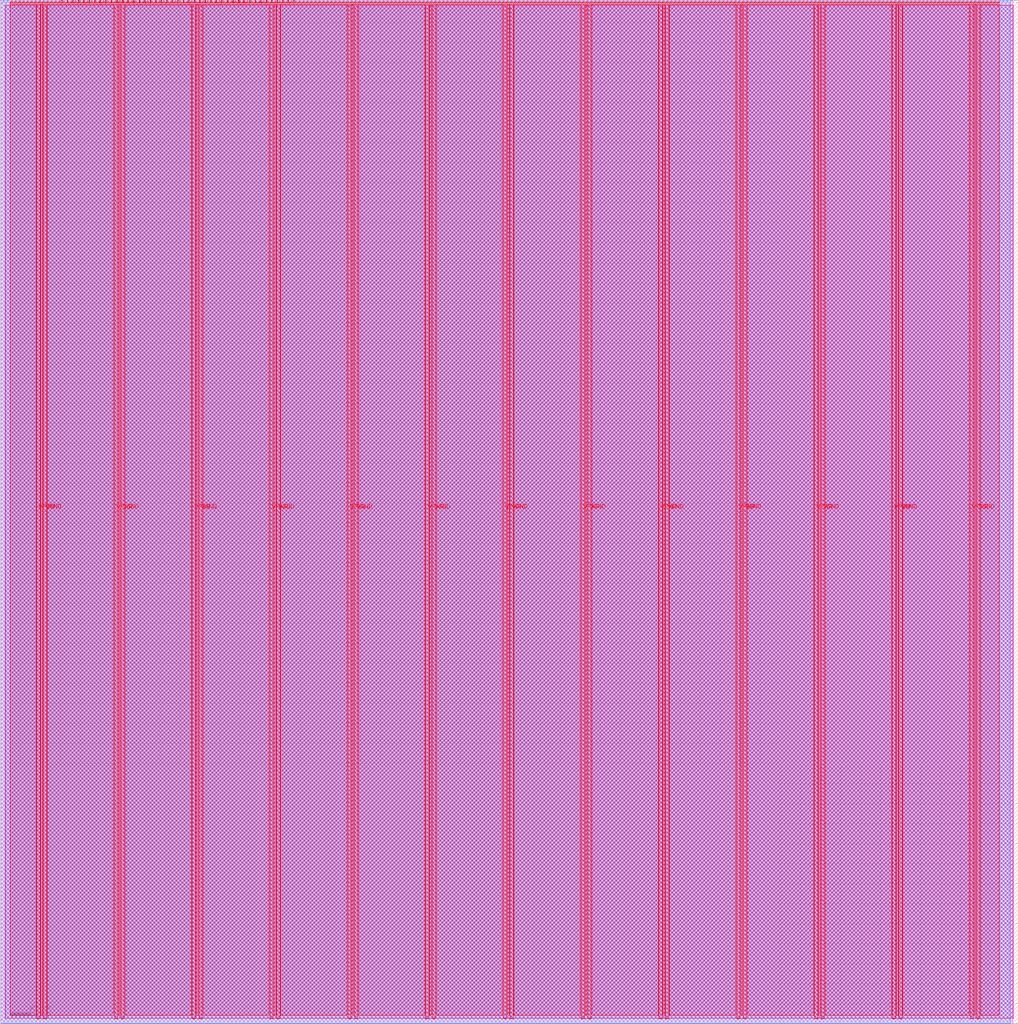
<source format=lef>
VERSION 5.7 ;
  NOWIREEXTENSIONATPIN ON ;
  DIVIDERCHAR "/" ;
  BUSBITCHARS "[]" ;
MACRO tt_um_tt_tinyQV
  CLASS BLOCK ;
  FOREIGN tt_um_tt_tinyQV ;
  ORIGIN 0.000 0.000 ;
  SIZE 508.760 BY 511.360 ;
  PIN VGND
    DIRECTION INOUT ;
    USE GROUND ;
    PORT
      LAYER met4 ;
        RECT 21.580 2.480 23.180 508.880 ;
    END
    PORT
      LAYER met4 ;
        RECT 60.450 2.480 62.050 508.880 ;
    END
    PORT
      LAYER met4 ;
        RECT 99.320 2.480 100.920 508.880 ;
    END
    PORT
      LAYER met4 ;
        RECT 138.190 2.480 139.790 508.880 ;
    END
    PORT
      LAYER met4 ;
        RECT 177.060 2.480 178.660 508.880 ;
    END
    PORT
      LAYER met4 ;
        RECT 215.930 2.480 217.530 508.880 ;
    END
    PORT
      LAYER met4 ;
        RECT 254.800 2.480 256.400 508.880 ;
    END
    PORT
      LAYER met4 ;
        RECT 293.670 2.480 295.270 508.880 ;
    END
    PORT
      LAYER met4 ;
        RECT 332.540 2.480 334.140 508.880 ;
    END
    PORT
      LAYER met4 ;
        RECT 371.410 2.480 373.010 508.880 ;
    END
    PORT
      LAYER met4 ;
        RECT 410.280 2.480 411.880 508.880 ;
    END
    PORT
      LAYER met4 ;
        RECT 449.150 2.480 450.750 508.880 ;
    END
    PORT
      LAYER met4 ;
        RECT 488.020 2.480 489.620 508.880 ;
    END
  END VGND
  PIN VPWR
    DIRECTION INOUT ;
    USE POWER ;
    PORT
      LAYER met4 ;
        RECT 18.280 2.480 19.880 508.880 ;
    END
    PORT
      LAYER met4 ;
        RECT 57.150 2.480 58.750 508.880 ;
    END
    PORT
      LAYER met4 ;
        RECT 96.020 2.480 97.620 508.880 ;
    END
    PORT
      LAYER met4 ;
        RECT 134.890 2.480 136.490 508.880 ;
    END
    PORT
      LAYER met4 ;
        RECT 173.760 2.480 175.360 508.880 ;
    END
    PORT
      LAYER met4 ;
        RECT 212.630 2.480 214.230 508.880 ;
    END
    PORT
      LAYER met4 ;
        RECT 251.500 2.480 253.100 508.880 ;
    END
    PORT
      LAYER met4 ;
        RECT 290.370 2.480 291.970 508.880 ;
    END
    PORT
      LAYER met4 ;
        RECT 329.240 2.480 330.840 508.880 ;
    END
    PORT
      LAYER met4 ;
        RECT 368.110 2.480 369.710 508.880 ;
    END
    PORT
      LAYER met4 ;
        RECT 406.980 2.480 408.580 508.880 ;
    END
    PORT
      LAYER met4 ;
        RECT 445.850 2.480 447.450 508.880 ;
    END
    PORT
      LAYER met4 ;
        RECT 484.720 2.480 486.320 508.880 ;
    END
  END VPWR
  PIN clk
    DIRECTION INPUT ;
    USE SIGNAL ;
    ANTENNAGATEAREA 1.286700 ;
    ANTENNADIFFAREA 0.434700 ;
    PORT
      LAYER met4 ;
        RECT 143.830 510.360 144.130 511.360 ;
    END
  END clk
  PIN ena
    DIRECTION INPUT ;
    USE SIGNAL ;
    PORT
      LAYER met4 ;
        RECT 146.590 510.360 146.890 511.360 ;
    END
  END ena
  PIN rst_n
    DIRECTION INPUT ;
    USE SIGNAL ;
    ANTENNAGATEAREA 0.647700 ;
    ANTENNADIFFAREA 0.434700 ;
    PORT
      LAYER met4 ;
        RECT 141.070 510.360 141.370 511.360 ;
    END
  END rst_n
  PIN ui_in[0]
    DIRECTION INPUT ;
    USE SIGNAL ;
    ANTENNAGATEAREA 0.631200 ;
    ANTENNADIFFAREA 0.434700 ;
    PORT
      LAYER met4 ;
        RECT 138.310 510.360 138.610 511.360 ;
    END
  END ui_in[0]
  PIN ui_in[1]
    DIRECTION INPUT ;
    USE SIGNAL ;
    ANTENNAGATEAREA 0.560700 ;
    ANTENNADIFFAREA 0.434700 ;
    PORT
      LAYER met4 ;
        RECT 135.550 510.360 135.850 511.360 ;
    END
  END ui_in[1]
  PIN ui_in[2]
    DIRECTION INPUT ;
    USE SIGNAL ;
    ANTENNAGATEAREA 0.631200 ;
    ANTENNADIFFAREA 0.434700 ;
    PORT
      LAYER met4 ;
        RECT 132.790 510.360 133.090 511.360 ;
    END
  END ui_in[2]
  PIN ui_in[3]
    DIRECTION INPUT ;
    USE SIGNAL ;
    ANTENNAGATEAREA 0.593700 ;
    ANTENNADIFFAREA 0.434700 ;
    PORT
      LAYER met4 ;
        RECT 130.030 510.360 130.330 511.360 ;
    END
  END ui_in[3]
  PIN ui_in[4]
    DIRECTION INPUT ;
    USE SIGNAL ;
    ANTENNAGATEAREA 0.593700 ;
    ANTENNADIFFAREA 0.434700 ;
    PORT
      LAYER met4 ;
        RECT 127.270 510.360 127.570 511.360 ;
    END
  END ui_in[4]
  PIN ui_in[5]
    DIRECTION INPUT ;
    USE SIGNAL ;
    ANTENNAGATEAREA 0.647700 ;
    ANTENNADIFFAREA 0.434700 ;
    PORT
      LAYER met4 ;
        RECT 124.510 510.360 124.810 511.360 ;
    END
  END ui_in[5]
  PIN ui_in[6]
    DIRECTION INPUT ;
    USE SIGNAL ;
    ANTENNAGATEAREA 0.647700 ;
    ANTENNADIFFAREA 0.434700 ;
    PORT
      LAYER met4 ;
        RECT 121.750 510.360 122.050 511.360 ;
    END
  END ui_in[6]
  PIN ui_in[7]
    DIRECTION INPUT ;
    USE SIGNAL ;
    ANTENNAGATEAREA 0.631200 ;
    ANTENNADIFFAREA 0.434700 ;
    PORT
      LAYER met4 ;
        RECT 118.990 510.360 119.290 511.360 ;
    END
  END ui_in[7]
  PIN uio_in[0]
    DIRECTION INPUT ;
    USE SIGNAL ;
    PORT
      LAYER met4 ;
        RECT 116.230 510.360 116.530 511.360 ;
    END
  END uio_in[0]
  PIN uio_in[1]
    DIRECTION INPUT ;
    USE SIGNAL ;
    ANTENNAGATEAREA 0.631200 ;
    ANTENNADIFFAREA 0.434700 ;
    PORT
      LAYER met4 ;
        RECT 113.470 510.360 113.770 511.360 ;
    END
  END uio_in[1]
  PIN uio_in[2]
    DIRECTION INPUT ;
    USE SIGNAL ;
    ANTENNAGATEAREA 0.631200 ;
    ANTENNADIFFAREA 0.434700 ;
    PORT
      LAYER met4 ;
        RECT 110.710 510.360 111.010 511.360 ;
    END
  END uio_in[2]
  PIN uio_in[3]
    DIRECTION INPUT ;
    USE SIGNAL ;
    PORT
      LAYER met4 ;
        RECT 107.950 510.360 108.250 511.360 ;
    END
  END uio_in[3]
  PIN uio_in[4]
    DIRECTION INPUT ;
    USE SIGNAL ;
    ANTENNAGATEAREA 0.560700 ;
    ANTENNADIFFAREA 0.434700 ;
    PORT
      LAYER met4 ;
        RECT 105.190 510.360 105.490 511.360 ;
    END
  END uio_in[4]
  PIN uio_in[5]
    DIRECTION INPUT ;
    USE SIGNAL ;
    ANTENNAGATEAREA 0.631200 ;
    ANTENNADIFFAREA 0.434700 ;
    PORT
      LAYER met4 ;
        RECT 102.430 510.360 102.730 511.360 ;
    END
  END uio_in[5]
  PIN uio_in[6]
    DIRECTION INPUT ;
    USE SIGNAL ;
    PORT
      LAYER met4 ;
        RECT 99.670 510.360 99.970 511.360 ;
    END
  END uio_in[6]
  PIN uio_in[7]
    DIRECTION INPUT ;
    USE SIGNAL ;
    PORT
      LAYER met4 ;
        RECT 96.910 510.360 97.210 511.360 ;
    END
  END uio_in[7]
  PIN uio_oe[0]
    DIRECTION OUTPUT ;
    USE SIGNAL ;
    ANTENNADIFFAREA 0.445500 ;
    PORT
      LAYER met4 ;
        RECT 49.990 510.360 50.290 511.360 ;
    END
  END uio_oe[0]
  PIN uio_oe[1]
    DIRECTION OUTPUT ;
    USE SIGNAL ;
    ANTENNADIFFAREA 0.445500 ;
    PORT
      LAYER met4 ;
        RECT 47.230 510.360 47.530 511.360 ;
    END
  END uio_oe[1]
  PIN uio_oe[2]
    DIRECTION OUTPUT ;
    USE SIGNAL ;
    ANTENNADIFFAREA 0.445500 ;
    PORT
      LAYER met4 ;
        RECT 44.470 510.360 44.770 511.360 ;
    END
  END uio_oe[2]
  PIN uio_oe[3]
    DIRECTION OUTPUT ;
    USE SIGNAL ;
    ANTENNADIFFAREA 0.445500 ;
    PORT
      LAYER met4 ;
        RECT 41.710 510.360 42.010 511.360 ;
    END
  END uio_oe[3]
  PIN uio_oe[4]
    DIRECTION OUTPUT ;
    USE SIGNAL ;
    ANTENNADIFFAREA 0.445500 ;
    PORT
      LAYER met4 ;
        RECT 38.950 510.360 39.250 511.360 ;
    END
  END uio_oe[4]
  PIN uio_oe[5]
    DIRECTION OUTPUT ;
    USE SIGNAL ;
    ANTENNAGATEAREA 0.477000 ;
    ANTENNADIFFAREA 0.924000 ;
    PORT
      LAYER met4 ;
        RECT 36.190 510.360 36.490 511.360 ;
    END
  END uio_oe[5]
  PIN uio_oe[6]
    DIRECTION OUTPUT ;
    USE SIGNAL ;
    ANTENNADIFFAREA 0.445500 ;
    PORT
      LAYER met4 ;
        RECT 33.430 510.360 33.730 511.360 ;
    END
  END uio_oe[6]
  PIN uio_oe[7]
    DIRECTION OUTPUT ;
    USE SIGNAL ;
    ANTENNADIFFAREA 0.445500 ;
    PORT
      LAYER met4 ;
        RECT 30.670 510.360 30.970 511.360 ;
    END
  END uio_oe[7]
  PIN uio_out[0]
    DIRECTION OUTPUT ;
    USE SIGNAL ;
    ANTENNAGATEAREA 0.702000 ;
    ANTENNADIFFAREA 0.891000 ;
    PORT
      LAYER met4 ;
        RECT 72.070 510.360 72.370 511.360 ;
    END
  END uio_out[0]
  PIN uio_out[1]
    DIRECTION OUTPUT ;
    USE SIGNAL ;
    ANTENNADIFFAREA 0.891000 ;
    PORT
      LAYER met4 ;
        RECT 69.310 510.360 69.610 511.360 ;
    END
  END uio_out[1]
  PIN uio_out[2]
    DIRECTION OUTPUT ;
    USE SIGNAL ;
    ANTENNADIFFAREA 0.891000 ;
    PORT
      LAYER met4 ;
        RECT 66.550 510.360 66.850 511.360 ;
    END
  END uio_out[2]
  PIN uio_out[3]
    DIRECTION OUTPUT ;
    USE SIGNAL ;
    ANTENNADIFFAREA 0.891000 ;
    PORT
      LAYER met4 ;
        RECT 63.790 510.360 64.090 511.360 ;
    END
  END uio_out[3]
  PIN uio_out[4]
    DIRECTION OUTPUT ;
    USE SIGNAL ;
    ANTENNADIFFAREA 0.891000 ;
    PORT
      LAYER met4 ;
        RECT 61.030 510.360 61.330 511.360 ;
    END
  END uio_out[4]
  PIN uio_out[5]
    DIRECTION OUTPUT ;
    USE SIGNAL ;
    ANTENNADIFFAREA 0.933750 ;
    PORT
      LAYER met4 ;
        RECT 58.270 510.360 58.570 511.360 ;
    END
  END uio_out[5]
  PIN uio_out[6]
    DIRECTION OUTPUT ;
    USE SIGNAL ;
    ANTENNAGATEAREA 0.373500 ;
    ANTENNADIFFAREA 0.891000 ;
    PORT
      LAYER met4 ;
        RECT 55.510 510.360 55.810 511.360 ;
    END
  END uio_out[6]
  PIN uio_out[7]
    DIRECTION OUTPUT ;
    USE SIGNAL ;
    ANTENNAGATEAREA 0.373500 ;
    ANTENNADIFFAREA 0.891000 ;
    PORT
      LAYER met4 ;
        RECT 52.750 510.360 53.050 511.360 ;
    END
  END uio_out[7]
  PIN uo_out[0]
    DIRECTION OUTPUT ;
    USE SIGNAL ;
    ANTENNADIFFAREA 0.891000 ;
    PORT
      LAYER met4 ;
        RECT 94.150 510.360 94.450 511.360 ;
    END
  END uo_out[0]
  PIN uo_out[1]
    DIRECTION OUTPUT ;
    USE SIGNAL ;
    ANTENNADIFFAREA 0.891000 ;
    PORT
      LAYER met4 ;
        RECT 91.390 510.360 91.690 511.360 ;
    END
  END uo_out[1]
  PIN uo_out[2]
    DIRECTION OUTPUT ;
    USE SIGNAL ;
    ANTENNADIFFAREA 0.891000 ;
    PORT
      LAYER met4 ;
        RECT 88.630 510.360 88.930 511.360 ;
    END
  END uo_out[2]
  PIN uo_out[3]
    DIRECTION OUTPUT ;
    USE SIGNAL ;
    ANTENNADIFFAREA 0.891000 ;
    PORT
      LAYER met4 ;
        RECT 85.870 510.360 86.170 511.360 ;
    END
  END uo_out[3]
  PIN uo_out[4]
    DIRECTION OUTPUT ;
    USE SIGNAL ;
    ANTENNADIFFAREA 0.891000 ;
    PORT
      LAYER met4 ;
        RECT 83.110 510.360 83.410 511.360 ;
    END
  END uo_out[4]
  PIN uo_out[5]
    DIRECTION OUTPUT ;
    USE SIGNAL ;
    ANTENNADIFFAREA 0.891000 ;
    PORT
      LAYER met4 ;
        RECT 80.350 510.360 80.650 511.360 ;
    END
  END uo_out[5]
  PIN uo_out[6]
    DIRECTION OUTPUT ;
    USE SIGNAL ;
    ANTENNADIFFAREA 0.891000 ;
    PORT
      LAYER met4 ;
        RECT 77.590 510.360 77.890 511.360 ;
    END
  END uo_out[6]
  PIN uo_out[7]
    DIRECTION OUTPUT ;
    USE SIGNAL ;
    ANTENNADIFFAREA 0.891000 ;
    PORT
      LAYER met4 ;
        RECT 74.830 510.360 75.130 511.360 ;
    END
  END uo_out[7]
  OBS
      LAYER nwell ;
        RECT 2.570 2.635 506.190 508.725 ;
      LAYER li1 ;
        RECT 2.760 2.635 506.000 508.725 ;
      LAYER met1 ;
        RECT 0.530 0.040 506.000 511.320 ;
      LAYER met2 ;
        RECT 0.550 0.010 504.980 511.350 ;
      LAYER met3 ;
        RECT 0.525 0.175 504.555 510.505 ;
      LAYER met4 ;
        RECT 4.895 509.960 30.270 510.505 ;
        RECT 31.370 509.960 33.030 510.505 ;
        RECT 34.130 509.960 35.790 510.505 ;
        RECT 36.890 509.960 38.550 510.505 ;
        RECT 39.650 509.960 41.310 510.505 ;
        RECT 42.410 509.960 44.070 510.505 ;
        RECT 45.170 509.960 46.830 510.505 ;
        RECT 47.930 509.960 49.590 510.505 ;
        RECT 50.690 509.960 52.350 510.505 ;
        RECT 53.450 509.960 55.110 510.505 ;
        RECT 56.210 509.960 57.870 510.505 ;
        RECT 58.970 509.960 60.630 510.505 ;
        RECT 61.730 509.960 63.390 510.505 ;
        RECT 64.490 509.960 66.150 510.505 ;
        RECT 67.250 509.960 68.910 510.505 ;
        RECT 70.010 509.960 71.670 510.505 ;
        RECT 72.770 509.960 74.430 510.505 ;
        RECT 75.530 509.960 77.190 510.505 ;
        RECT 78.290 509.960 79.950 510.505 ;
        RECT 81.050 509.960 82.710 510.505 ;
        RECT 83.810 509.960 85.470 510.505 ;
        RECT 86.570 509.960 88.230 510.505 ;
        RECT 89.330 509.960 90.990 510.505 ;
        RECT 92.090 509.960 93.750 510.505 ;
        RECT 94.850 509.960 96.510 510.505 ;
        RECT 97.610 509.960 99.270 510.505 ;
        RECT 100.370 509.960 102.030 510.505 ;
        RECT 103.130 509.960 104.790 510.505 ;
        RECT 105.890 509.960 107.550 510.505 ;
        RECT 108.650 509.960 110.310 510.505 ;
        RECT 111.410 509.960 113.070 510.505 ;
        RECT 114.170 509.960 115.830 510.505 ;
        RECT 116.930 509.960 118.590 510.505 ;
        RECT 119.690 509.960 121.350 510.505 ;
        RECT 122.450 509.960 124.110 510.505 ;
        RECT 125.210 509.960 126.870 510.505 ;
        RECT 127.970 509.960 129.630 510.505 ;
        RECT 130.730 509.960 132.390 510.505 ;
        RECT 133.490 509.960 135.150 510.505 ;
        RECT 136.250 509.960 137.910 510.505 ;
        RECT 139.010 509.960 140.670 510.505 ;
        RECT 141.770 509.960 143.430 510.505 ;
        RECT 144.530 509.960 146.190 510.505 ;
        RECT 147.290 509.960 499.265 510.505 ;
        RECT 4.895 509.280 499.265 509.960 ;
        RECT 4.895 4.255 17.880 509.280 ;
        RECT 20.280 4.255 21.180 509.280 ;
        RECT 23.580 4.255 56.750 509.280 ;
        RECT 59.150 4.255 60.050 509.280 ;
        RECT 62.450 4.255 95.620 509.280 ;
        RECT 98.020 4.255 98.920 509.280 ;
        RECT 101.320 4.255 134.490 509.280 ;
        RECT 136.890 4.255 137.790 509.280 ;
        RECT 140.190 4.255 173.360 509.280 ;
        RECT 175.760 4.255 176.660 509.280 ;
        RECT 179.060 4.255 212.230 509.280 ;
        RECT 214.630 4.255 215.530 509.280 ;
        RECT 217.930 4.255 251.100 509.280 ;
        RECT 253.500 4.255 254.400 509.280 ;
        RECT 256.800 4.255 289.970 509.280 ;
        RECT 292.370 4.255 293.270 509.280 ;
        RECT 295.670 4.255 328.840 509.280 ;
        RECT 331.240 4.255 332.140 509.280 ;
        RECT 334.540 4.255 367.710 509.280 ;
        RECT 370.110 4.255 371.010 509.280 ;
        RECT 373.410 4.255 406.580 509.280 ;
        RECT 408.980 4.255 409.880 509.280 ;
        RECT 412.280 4.255 445.450 509.280 ;
        RECT 447.850 4.255 448.750 509.280 ;
        RECT 451.150 4.255 484.320 509.280 ;
        RECT 486.720 4.255 487.620 509.280 ;
        RECT 490.020 4.255 499.265 509.280 ;
  END
END tt_um_tt_tinyQV
END LIBRARY


</source>
